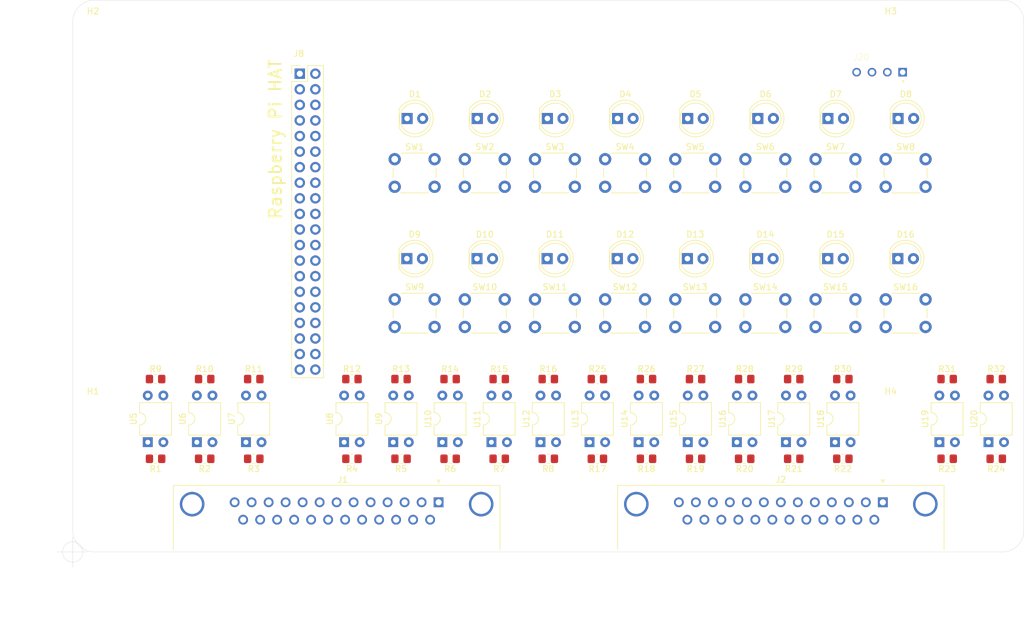
<source format=kicad_pcb>
(kicad_pcb (version 20211014) (generator pcbnew)
  (layers (0 "F.Cu" signal) (31 "B.Cu" signal) (34 "B.Paste" user) (35 "F.Paste" user) (36 "B.SilkS" user "B.Silkscreen") (37 "F.SilkS" user "F.Silkscreen") (38 "B.Mask" user) (39 "F.Mask" user) (44 "Edge.Cuts" user))
  (net 0 "")
  (net 1 "GND")
  (net 3 "/+12v")
  (net 14 "/+5v")
  (net 38 "+3.3V")
  (net 39 "+5V")
  (net 40 "GPIO2")
  (net 41 "GPIO3")
  (net 42 "GPIO4")
  (net 43 "GPIO14")
  (net 44 "GPIO15")
  (net 45 "GPIO17")
  (net 46 "GPIO18")
  (net 47 "GPIO27")
  (net 48 "GPIO22")
  (net 49 "GPIO23")
  (net 50 "GPIO24")
  (net 51 "GPIO10")
  (net 52 "GPIO9")
  (net 53 "GPIO25")
  (net 54 "GPIO11")
  (net 55 "GPIO8")
  (net 56 "GPIO7")
  (net 57 "ID_SD")
  (net 58 "ID_SC")
  (net 59 "GPIO5")
  (net 60 "GPIO6")
  (net 61 "GPIO12")
  (net 62 "GPIO13")
  (net 63 "GPIO19")
  (net 64 "GPIO16")
  (net 65 "GPIO26")
  (net 66 "GPIO20")
  (net 67 "GPIO21")
  (net 98 "A_GPI_IN_8")
  (net 99 "A_GPI_IN_7")
  (net 100 "A_GPI_IN_6")
  (net 101 "A_GPI_IN_5")
  (net 102 "A_GPI_IN_4")
  (net 103 "A_GPI_IN_3")
  (net 104 "A_GPI_IN_2")
  (net 105 "A_GPI_IN_1")
  (net 106 "A_GPI_OUT_8")
  (net 107 "A_GPI_OUT_7")
  (net 108 "A_GPI_OUT_6")
  (net 109 "A_GPI_OUT_5")
  (net 110 "A_GPI_OUT_4")
  (net 111 "A_GPI_OUT_3")
  (net 112 "A_GPI_OUT_2")
  (net 113 "A_GPI_OUT_1")
  (net 114 "B_GPI_IN_8")
  (net 115 "B_GPI_IN_7")
  (net 116 "B_GPI_IN_6")
  (net 117 "B_GPI_IN_5")
  (net 118 "B_GPI_IN_4")
  (net 119 "B_GPI_IN_3")
  (net 120 "B_GPI_IN_2")
  (net 121 "B_GPI_IN_1")
  (net 122 "B_GPI_OUT_8")
  (net 123 "B_GPI_OUT_7")
  (net 124 "B_GPI_OUT_6")
  (net 125 "B_GPI_OUT_5")
  (net 126 "B_GPI_OUT_4")
  (net 127 "B_GPI_OUT_3")
  (net 128 "B_GPI_OUT_2")
  (net 129 "B_GPI_OUT_1")
  (net 130 "GND1")
  (net 131 "GND2")
  (net 132 "Net-(U5-Pad1)")
  (net 133 "Net-(U6-Pad1)")
  (net 134 "Net-(U7-Pad1)")
  (net 135 "Net-(U8-Pad1)")
  (net 136 "Net-(U9-Pad1)")
  (net 137 "Net-(U10-Pad1)")
  (net 138 "Net-(U11-Pad1)")
  (net 139 "Net-(U12-Pad1)")
  (net 140 "Net-(U5-Pad4)")
  (net 141 "Net-(U6-Pad4)")
  (net 142 "Net-(U7-Pad4)")
  (net 143 "Net-(U8-Pad4)")
  (net 144 "Net-(U9-Pad4)")
  (net 145 "Net-(U10-Pad4)")
  (net 146 "Net-(U11-Pad4)")
  (net 147 "Net-(U12-Pad4)")
  (net 148 "Net-(U13-Pad1)")
  (net 149 "Net-(U14-Pad1)")
  (net 150 "Net-(U15-Pad1)")
  (net 151 "Net-(U16-Pad1)")
  (net 152 "Net-(U17-Pad1)")
  (net 153 "Net-(U18-Pad1)")
  (net 154 "Net-(U19-Pad1)")
  (net 155 "Net-(U20-Pad1)")
  (net 156 "Net-(U13-Pad4)")
  (net 157 "Net-(U14-Pad4)")
  (net 158 "Net-(U15-Pad4)")
  (net 159 "Net-(U16-Pad4)")
  (net 160 "Net-(U17-Pad4)")
  (net 161 "Net-(U18-Pad4)")
  (net 162 "Net-(U19-Pad4)")
  (net 163 "Net-(U20-Pad4)")
  (footprint "Connector_PinHeader_2.54mm:PinHeader_2x20_P2.54mm_Vertical" (layer "F.Cu") (at 100.5 61.7)
    (fp_text reference "J8" (at -0.17 -3.28) (layer "F.SilkS"))
    (fp_text value "THD-20-R")
    (pad "1" thru_hole rect locked (at 0 0) (size 1.7 1.7) (drill 1) (layers *.Cu *.Mask) (net 38 "+3.3V"))
    (pad "2" thru_hole oval locked (at 2.54 0) (size 1.7 1.7) (drill 1) (layers *.Cu *.Mask) (net 39 "+5V"))
    (pad "3" thru_hole oval locked (at 0 2.54) (size 1.7 1.7) (drill 1) (layers *.Cu *.Mask) (net 40 "GPIO2"))
    (pad "4" thru_hole oval locked (at 2.54 2.54) (size 1.7 1.7) (drill 1) (layers *.Cu *.Mask) (net 39 "+5V"))
    (pad "5" thru_hole oval locked (at 0 5.08) (size 1.7 1.7) (drill 1) (layers *.Cu *.Mask) (net 41 "GPIO3"))
    (pad "6" thru_hole oval locked (at 2.54 5.08 270) (size 1.7 1.7) (drill 1) (layers *.Cu *.Mask) (net 1 "GND"))
    (pad "7" thru_hole oval locked (at 0 7.62) (size 1.7 1.7) (drill 1) (layers *.Cu *.Mask) (net 42 "GPIO4"))
    (pad "8" thru_hole oval locked (at 2.54 7.62) (size 1.7 1.7) (drill 1) (layers *.Cu *.Mask) (net 43 "GPIO14"))
    (pad "9" thru_hole oval locked (at 0 10.16 270) (size 1.7 1.7) (drill 1) (layers *.Cu *.Mask) (net 1 "GND"))
    (pad "10" thru_hole oval locked (at 2.54 10.16) (size 1.7 1.7) (drill 1) (layers *.Cu *.Mask) (net 44 "GPIO15"))
    (pad "11" thru_hole oval locked (at 0 12.7) (size 1.7 1.7) (drill 1) (layers *.Cu *.Mask) (net 45 "GPIO17"))
    (pad "12" thru_hole oval locked (at 2.54 12.7) (size 1.7 1.7) (drill 1) (layers *.Cu *.Mask) (net 46 "GPIO18"))
    (pad "13" thru_hole oval locked (at 0 15.24) (size 1.7 1.7) (drill 1) (layers *.Cu *.Mask) (net 47 "GPIO27"))
    (pad "14" thru_hole oval locked (at 2.54 15.24 270) (size 1.7 1.7) (drill 1) (layers *.Cu *.Mask) (net 1 "GND"))
    (pad "15" thru_hole oval locked (at 0 17.78) (size 1.7 1.7) (drill 1) (layers *.Cu *.Mask) (net 48 "GPIO22"))
    (pad "16" thru_hole oval locked (at 2.54 17.78) (size 1.7 1.7) (drill 1) (layers *.Cu *.Mask) (net 49 "GPIO23"))
    (pad "17" thru_hole oval locked (at 0 20.32) (size 1.7 1.7) (drill 1) (layers *.Cu *.Mask) (net 38 "+3.3V"))
    (pad "18" thru_hole oval locked (at 2.54 20.32) (size 1.7 1.7) (drill 1) (layers *.Cu *.Mask) (net 50 "GPIO24"))
    (pad "19" thru_hole oval locked (at 0 22.86) (size 1.7 1.7) (drill 1) (layers *.Cu *.Mask) (net 51 "GPIO10"))
    (pad "20" thru_hole oval locked (at 2.54 22.86 270) (size 1.7 1.7) (drill 1) (layers *.Cu *.Mask) (net 1 "GND"))
    (pad "21" thru_hole oval locked (at 0 25.4) (size 1.7 1.7) (drill 1) (layers *.Cu *.Mask) (net 52 "GPIO9"))
    (pad "22" thru_hole oval locked (at 2.54 25.4) (size 1.7 1.7) (drill 1) (layers *.Cu *.Mask) (net 53 "GPIO25"))
    (pad "23" thru_hole oval locked (at 0 27.94) (size 1.7 1.7) (drill 1) (layers *.Cu *.Mask) (net 54 "GPIO11"))
    (pad "24" thru_hole oval locked (at 2.54 27.94) (size 1.7 1.7) (drill 1) (layers *.Cu *.Mask) (net 55 "GPIO8"))
    (pad "25" thru_hole oval locked (at 0 30.48) (size 1.7 1.7) (drill 1) (layers *.Cu *.Mask) (net 1 "GND"))
    (pad "26" thru_hole oval locked (at 2.54 30.48) (size 1.7 1.7) (drill 1) (layers *.Cu *.Mask) (net 56 "GPIO7"))
    (pad "27" thru_hole oval locked (at 0 33.02) (size 1.7 1.7) (drill 1) (layers *.Cu *.Mask) (net 57 "ID_SD"))
    (pad "28" thru_hole oval locked (at 2.54 33.02) (size 1.7 1.7) (drill 1) (layers *.Cu *.Mask) (net 58 "ID_SC"))
    (pad "29" thru_hole oval locked (at 0 35.56) (size 1.7 1.7) (drill 1) (layers *.Cu *.Mask) (net 59 "GPIO5"))
    (pad "30" thru_hole oval locked (at 2.54 35.56) (size 1.7 1.7) (drill 1) (layers *.Cu *.Mask) (net 1 "GND"))
    (pad "31" thru_hole oval locked (at 0 38.1) (size 1.7 1.7) (drill 1) (layers *.Cu *.Mask) (net 60 "GPIO6"))
    (pad "32" thru_hole oval locked (at 2.54 38.1) (size 1.7 1.7) (drill 1) (layers *.Cu *.Mask) (net 61 "GPIO12"))
    (pad "33" thru_hole oval locked (at 0 40.64) (size 1.7 1.7) (drill 1) (layers *.Cu *.Mask) (net 62 "GPIO13"))
    (pad "34" thru_hole oval locked (at 2.54 40.64 270) (size 1.7 1.7) (drill 1) (layers *.Cu *.Mask) (net 1 "GND"))
    (pad "35" thru_hole oval locked (at 0 43.18) (size 1.7 1.7) (drill 1) (layers *.Cu *.Mask) (net 63 "GPIO19"))
    (pad "36" thru_hole oval locked (at 2.54 43.18) (size 1.7 1.7) (drill 1) (layers *.Cu *.Mask) (net 64 "GPIO16"))
    (pad "37" thru_hole oval locked (at 0 45.72) (size 1.7 1.7) (drill 1) (layers *.Cu *.Mask) (net 65 "GPIO26"))
    (pad "38" thru_hole oval locked (at 2.54 45.72) (size 1.7 1.7) (drill 1) (layers *.Cu *.Mask) (net 66 "GPIO20"))
    (pad "39" thru_hole oval locked (at 0 48.26 270) (size 1.7 1.7) (drill 1) (layers *.Cu *.Mask) (net 1 "GND"))
    (pad "40" thru_hole oval locked (at 2.54 48.26) (size 1.7 1.7) (drill 1) (layers *.Cu *.Mask) (net 67 "GPIO21"))
  )
  (footprint "171826-4:TE_171826-4" (layer "F.Cu") (at 195 56.9 180)
    (fp_text reference "J20" (at 3 -2.1) (layer "F.SilkS") (effects (font (size 1.00433 1.00433) (thickness 0.05))))
    (fp_text value "AMP171826-4" hide)
    (pad "1" thru_hole rect locked (at -3.75 -4.55 180) (size 1.408 1.408) (drill 0.9) (layers *.Cu *.Mask) (net 3 "/+12v"))
    (pad "2" thru_hole circle locked (at -1.25 -4.55 180) (size 1.408 1.408) (drill 0.9) (layers *.Cu *.Mask) (net 1 "GND"))
    (pad "3" thru_hole circle locked (at 1.25 -4.55) (size 1.408 1.408) (drill 0.9) (layers *.Cu *.Mask) (net 1 "GND"))
    (pad "4" thru_hole circle locked (at 3.75 -4.55 180) (size 1.408 1.408) (drill 0.9) (layers *.Cu *.Mask) (net 14 "/+5v"))
  )
  (footprint "Button_Switch_THT:SW_PUSH_6mm_H8mm" (layer "F.Cu") (at 173.12 98.5)
    (fp_text reference "SW14" (at 3.25 -2) (layer "F.SilkS"))
    (fp_text value "SW_Push_45deg")
    (pad "1" thru_hole circle (at 0 0 90) (size 2 2) (drill 1.1) (layers *.Cu *.Mask))
    (pad "1" thru_hole circle (at 6.5 0 90) (size 2 2) (drill 1.1) (layers *.Cu *.Mask))
    (pad "2" thru_hole circle (at 0 4.5 90) (size 2 2) (drill 1.1) (layers *.Cu *.Mask))
    (pad "2" thru_hole circle (at 6.5 4.5 90) (size 2 2) (drill 1.1) (layers *.Cu *.Mask))
  )
  (footprint "Package_DIP:DIP-4_W7.62mm" (layer "F.Cu") (at 212.725 121.8 90)
    (fp_text reference "U20" (at 3.81 -2.33 90) (layer "F.SilkS"))
    (fp_text value "EL817")
    (pad "1" thru_hole rect (at 0 0 90) (size 1.6 1.6) (drill 0.8) (layers *.Cu *.Mask) (net 155 "Net-(U20-Pad1)"))
    (pad "2" thru_hole oval (at 0 2.54 90) (size 1.6 1.6) (drill 0.8) (layers *.Cu *.Mask) (net 131 "GND2"))
    (pad "3" thru_hole oval (at 7.62 2.54 90) (size 1.6 1.6) (drill 0.8) (layers *.Cu *.Mask) (net 1 "GND"))
    (pad "4" thru_hole oval (at 7.62 0 90) (size 1.6 1.6) (drill 0.8) (layers *.Cu *.Mask) (net 163 "Net-(U20-Pad4)"))
  )
  (footprint "Package_DIP:DIP-4_W7.62mm" (layer "F.Cu") (at 83.725 121.8 90)
    (fp_text reference "U6" (at 3.81 -2.33 90) (layer "F.SilkS"))
    (fp_text value "EL817")
    (pad "1" thru_hole rect (at 0 0 90) (size 1.6 1.6) (drill 0.8) (layers *.Cu *.Mask) (net 133 "Net-(U6-Pad1)"))
    (pad "2" thru_hole oval (at 0 2.54 90) (size 1.6 1.6) (drill 0.8) (layers *.Cu *.Mask) (net 130 "GND1"))
    (pad "3" thru_hole oval (at 7.62 2.54 90) (size 1.6 1.6) (drill 0.8) (layers *.Cu *.Mask) (net 1 "GND"))
    (pad "4" thru_hole oval (at 7.62 0 90) (size 1.6 1.6) (drill 0.8) (layers *.Cu *.Mask) (net 141 "Net-(U6-Pad4)"))
  )
  (footprint "Package_DIP:DIP-4_W7.62mm" (layer "F.Cu") (at 75.725 121.8 90)
    (fp_text reference "U5" (at 3.81 -2.33 90) (layer "F.SilkS"))
    (fp_text value "EL817")
    (pad "1" thru_hole rect (at 0 0 90) (size 1.6 1.6) (drill 0.8) (layers *.Cu *.Mask) (net 132 "Net-(U5-Pad1)"))
    (pad "2" thru_hole oval (at 0 2.54 90) (size 1.6 1.6) (drill 0.8) (layers *.Cu *.Mask) (net 130 "GND1"))
    (pad "3" thru_hole oval (at 7.62 2.54 90) (size 1.6 1.6) (drill 0.8) (layers *.Cu *.Mask) (net 1 "GND"))
    (pad "4" thru_hole oval (at 7.62 0 90) (size 1.6 1.6) (drill 0.8) (layers *.Cu *.Mask) (net 140 "Net-(U5-Pad4)"))
  )
  (footprint "Connector_Dsub:DSUB-25_Female_Horizontal_P2.77x2.84mm_EdgePinOffset4.94mm_Housed_MountingHolesOffset7.48mm" (layer "F.Cu") (at 123.125 131.599669)
    (fp_text reference "J1" (at -15.62 -3.7) (layer "F.SilkS"))
    (fp_text value "DB25_Female")
    (pad "0" thru_hole circle (at 6.93 0.3) (size 4 4) (drill 3.2) (layers *.Cu *.Mask))
    (pad "0" thru_hole circle (at -40.17 0.3) (size 4 4) (drill 3.2) (layers *.Cu *.Mask))
    (pad "1" thru_hole rect (at 0 0) (size 1.6 1.6) (drill 1) (layers *.Cu *.Mask) (net 130 "GND1"))
    (pad "2" thru_hole circle (at -2.77 0) (size 1.6 1.6) (drill 1) (layers *.Cu *.Mask) (net 130 "GND1"))
    (pad "3" thru_hole circle (at -5.54 0) (size 1.6 1.6) (drill 1) (layers *.Cu *.Mask) (net 98 "A_GPI_IN_8"))
    (pad "4" thru_hole circle (at -8.31 0) (size 1.6 1.6) (drill 1) (layers *.Cu *.Mask) (net 99 "A_GPI_IN_7"))
    (pad "5" thru_hole circle (at -11.08 0) (size 1.6 1.6) (drill 1) (layers *.Cu *.Mask) (net 100 "A_GPI_IN_6"))
    (pad "6" thru_hole circle (at -13.85 0) (size 1.6 1.6) (drill 1) (layers *.Cu *.Mask) (net 101 "A_GPI_IN_5"))
    (pad "7" thru_hole circle (at -16.62 0) (size 1.6 1.6) (drill 1) (layers *.Cu *.Mask) (net 102 "A_GPI_IN_4"))
    (pad "8" thru_hole circle (at -19.39 0) (size 1.6 1.6) (drill 1) (layers *.Cu *.Mask) (net 103 "A_GPI_IN_3"))
    (pad "9" thru_hole circle (at -22.16 0) (size 1.6 1.6) (drill 1) (layers *.Cu *.Mask) (net 104 "A_GPI_IN_2"))
    (pad "10" thru_hole circle (at -24.93 0) (size 1.6 1.6) (drill 1) (layers *.Cu *.Mask) (net 105 "A_GPI_IN_1"))
    (pad "11" thru_hole circle (at -27.7 0) (size 1.6 1.6) (drill 1) (layers *.Cu *.Mask) (net 130 "GND1"))
    (pad "12" thru_hole circle (at -30.47 0) (size 1.6 1.6) (drill 1) (layers *.Cu *.Mask) (net 130 "GND1"))
    (pad "13" thru_hole circle (at -33.24 0) (size 1.6 1.6) (drill 1) (layers *.Cu *.Mask) (net 130 "GND1"))
    (pad "14" thru_hole circle (at -1.385 2.84) (size 1.6 1.6) (drill 1) (layers *.Cu *.Mask) (net 130 "GND1"))
    (pad "15" thru_hole circle (at -4.155 2.84) (size 1.6 1.6) (drill 1) (layers *.Cu *.Mask) (net 130 "GND1"))
    (pad "16" thru_hole circle (at -6.925 2.84) (size 1.6 1.6) (drill 1) (layers *.Cu *.Mask) (net 106 "A_GPI_OUT_8"))
    (pad "17" thru_hole circle (at -9.695 2.84) (size 1.6 1.6) (drill 1) (layers *.Cu *.Mask) (net 107 "A_GPI_OUT_7"))
    (pad "18" thru_hole circle (at -12.465 2.84) (size 1.6 1.6) (drill 1) (layers *.Cu *.Mask) (net 108 "A_GPI_OUT_6"))
    (pad "19" thru_hole circle (at -15.235 2.84) (size 1.6 1.6) (drill 1) (layers *.Cu *.Mask) (net 109 "A_GPI_OUT_5"))
    (pad "20" thru_hole circle (at -18.005 2.84) (size 1.6 1.6) (drill 1) (layers *.Cu *.Mask) (net 110 "A_GPI_OUT_4"))
    (pad "21" thru_hole circle (at -20.775 2.84) (size 1.6 1.6) (drill 1) (layers *.Cu *.Mask) (net 111 "A_GPI_OUT_3"))
    (pad "22" thru_hole circle (at -23.545 2.84) (size 1.6 1.6) (drill 1) (layers *.Cu *.Mask) (net 112 "A_GPI_OUT_2"))
    (pad "23" thru_hole circle (at -26.315 2.84) (size 1.6 1.6) (drill 1) (layers *.Cu *.Mask) (net 113 "A_GPI_OUT_1"))
    (pad "24" thru_hole circle (at -29.085 2.84) (size 1.6 1.6) (drill 1) (layers *.Cu *.Mask) (net 130 "GND1"))
    (pad "25" thru_hole circle (at -31.855 2.84) (size 1.6 1.6) (drill 1) (layers *.Cu *.Mask) (net 130 "GND1"))
  )
  (footprint "Resistor_SMD:R_0805_2012Metric_Pad1.20x1.40mm_HandSolder" (layer "F.Cu") (at 117 124.5 180)
    (fp_text reference "R5" (at 0 -1.65) (layer "F.SilkS"))
    (fp_text value "470")
    (pad "1" smd roundrect (at -1 0 180) (size 1.2 1.4) (layers "F.Cu" "F.Paste" "F.Mask") (roundrect_rratio 0.208333) (net 109 "A_GPI_OUT_5"))
    (pad "2" smd roundrect (at 1 0 180) (size 1.2 1.4) (layers "F.Cu" "F.Paste" "F.Mask") (roundrect_rratio 0.208333) (net 136 "Net-(U9-Pad1)"))
  )
  (footprint "Package_DIP:DIP-4_W7.62mm" (layer "F.Cu") (at 147.725 121.8 90)
    (fp_text reference "U13" (at 3.81 -2.33 90) (layer "F.SilkS"))
    (fp_text value "EL817")
    (pad "1" thru_hole rect (at 0 0 90) (size 1.6 1.6) (drill 0.8) (layers *.Cu *.Mask) (net 148 "Net-(U13-Pad1)"))
    (pad "2" thru_hole oval (at 0 2.54 90) (size 1.6 1.6) (drill 0.8) (layers *.Cu *.Mask) (net 131 "GND2"))
    (pad "3" thru_hole oval (at 7.62 2.54 90) (size 1.6 1.6) (drill 0.8) (layers *.Cu *.Mask) (net 1 "GND"))
    (pad "4" thru_hole oval (at 7.62 0 90) (size 1.6 1.6) (drill 0.8) (layers *.Cu *.Mask) (net 156 "Net-(U13-Pad4)"))
  )
  (footprint "Button_Switch_THT:SW_PUSH_6mm_H8mm" (layer "F.Cu") (at 161.69 98.5)
    (fp_text reference "SW13" (at 3.25 -2) (layer "F.SilkS"))
    (fp_text value "SW_Push_45deg")
    (pad "1" thru_hole circle (at 0 0 90) (size 2 2) (drill 1.1) (layers *.Cu *.Mask))
    (pad "1" thru_hole circle (at 6.5 0 90) (size 2 2) (drill 1.1) (layers *.Cu *.Mask))
    (pad "2" thru_hole circle (at 6.5 4.5 90) (size 2 2) (drill 1.1) (layers *.Cu *.Mask))
    (pad "2" thru_hole circle (at 0 4.5 90) (size 2 2) (drill 1.1) (layers *.Cu *.Mask))
  )
  (footprint "LED_THT:LED_D5.0mm" (layer "F.Cu") (at 197.96 91.86)
    (fp_text reference "D16" (at 1.27 -3.96) (layer "F.SilkS"))
    (fp_text value "LED")
    (pad "1" thru_hole rect (at 0 0) (size 1.8 1.8) (drill 0.9) (layers *.Cu *.Mask))
    (pad "2" thru_hole circle (at 2.54 0) (size 1.8 1.8) (drill 0.9) (layers *.Cu *.Mask))
  )
  (footprint "Resistor_SMD:R_0805_2012Metric_Pad1.20x1.40mm_HandSolder" (layer "F.Cu") (at 117 111.5)
    (fp_text reference "R13" (at 0 -1.65) (layer "F.SilkS"))
    (fp_text value "470")
    (pad "1" smd roundrect (at -1 0) (size 1.2 1.4) (layers "F.Cu" "F.Paste" "F.Mask") (roundrect_rratio 0.208333) (net 144 "Net-(U9-Pad4)"))
    (pad "2" smd roundrect (at 1 0) (size 1.2 1.4) (layers "F.Cu" "F.Paste" "F.Mask") (roundrect_rratio 0.208333) (net 38 "+3.3V"))
  )
  (footprint "Button_Switch_THT:SW_PUSH_6mm_H8mm" (layer "F.Cu") (at 195.98 98.5)
    (fp_text reference "SW16" (at 3.25 -2) (layer "F.SilkS"))
    (fp_text value "SW_Push_45deg")
    (pad "1" thru_hole circle (at 0 0 90) (size 2 2) (drill 1.1) (layers *.Cu *.Mask))
    (pad "1" thru_hole circle (at 6.5 0 90) (size 2 2) (drill 1.1) (layers *.Cu *.Mask))
    (pad "2" thru_hole circle (at 6.5 4.5 90) (size 2 2) (drill 1.1) (layers *.Cu *.Mask))
    (pad "2" thru_hole circle (at 0 4.5 90) (size 2 2) (drill 1.1) (layers *.Cu *.Mask))
  )
  (footprint "LED_THT:LED_D5.0mm" (layer "F.Cu") (at 140.85 69)
    (fp_text reference "D3" (at 1.27 -3.96) (layer "F.SilkS"))
    (fp_text value "LED")
    (pad "1" thru_hole rect (at 0 0) (size 1.8 1.8) (drill 0.9) (layers *.Cu *.Mask))
    (pad "2" thru_hole circle (at 2.54 0) (size 1.8 1.8) (drill 0.9) (layers *.Cu *.Mask))
  )
  (footprint "Resistor_SMD:R_0805_2012Metric_Pad1.20x1.40mm_HandSolder" (layer "F.Cu") (at 173 111.5)
    (fp_text reference "R28" (at 0 -1.65) (layer "F.SilkS"))
    (fp_text value "470")
    (pad "1" smd roundrect (at -1 0) (size 1.2 1.4) (layers "F.Cu" "F.Paste" "F.Mask") (roundrect_rratio 0.208333) (net 159 "Net-(U16-Pad4)"))
    (pad "2" smd roundrect (at 1 0) (size 1.2 1.4) (layers "F.Cu" "F.Paste" "F.Mask") (roundrect_rratio 0.208333) (net 38 "+3.3V"))
  )
  (footprint "Package_DIP:DIP-4_W7.62mm" (layer "F.Cu") (at 91.725 121.8 90)
    (fp_text reference "U7" (at 3.81 -2.33 90) (layer "F.SilkS"))
    (fp_text value "EL817")
    (pad "1" thru_hole rect (at 0 0 90) (size 1.6 1.6) (drill 0.8) (layers *.Cu *.Mask) (net 134 "Net-(U7-Pad1)"))
    (pad "2" thru_hole oval (at 0 2.54 90) (size 1.6 1.6) (drill 0.8) (layers *.Cu *.Mask) (net 130 "GND1"))
    (pad "3" thru_hole oval (at 7.62 2.54 90) (size 1.6 1.6) (drill 0.8) (layers *.Cu *.Mask) (net 1 "GND"))
    (pad "4" thru_hole oval (at 7.62 0 90) (size 1.6 1.6) (drill 0.8) (layers *.Cu *.Mask) (net 142 "Net-(U7-Pad4)"))
  )
  (footprint "LED_THT:LED_D5.0mm" (layer "F.Cu") (at 152.24 91.86)
    (fp_text reference "D12" (at 1.27 -3.96) (layer "F.SilkS"))
    (fp_text value "LED")
    (pad "1" thru_hole rect (at 0 0) (size 1.8 1.8) (drill 0.9) (layers *.Cu *.Mask))
    (pad "2" thru_hole circle (at 2.54 0) (size 1.8 1.8) (drill 0.9) (layers *.Cu *.Mask))
  )
  (footprint "Button_Switch_THT:SW_PUSH_6mm_H8mm" (layer "F.Cu") (at 150.26 98.5)
    (fp_text reference "SW12" (at 3.25 -2) (layer "F.SilkS"))
    (fp_text value "SW_Push_45deg")
    (pad "1" thru_hole circle (at 6.5 0 90) (size 2 2) (drill 1.1) (layers *.Cu *.Mask))
    (pad "1" thru_hole circle (at 0 0 90) (size 2 2) (drill 1.1) (layers *.Cu *.Mask))
    (pad "2" thru_hole circle (at 0 4.5 90) (size 2 2) (drill 1.1) (layers *.Cu *.Mask))
    (pad "2" thru_hole circle (at 6.5 4.5 90) (size 2 2) (drill 1.1) (layers *.Cu *.Mask))
  )
  (footprint "Resistor_SMD:R_0805_2012Metric_Pad1.20x1.40mm_HandSolder" (layer "F.Cu") (at 189 111.5)
    (fp_text reference "R30" (at 0 -1.65) (layer "F.SilkS"))
    (fp_text value "470")
    (pad "1" smd roundrect (at -1 0) (size 1.2 1.4) (layers "F.Cu" "F.Paste" "F.Mask") (roundrect_rratio 0.208333) (net 161 "Net-(U18-Pad4)"))
    (pad "2" smd roundrect (at 1 0) (size 1.2 1.4) (layers "F.Cu" "F.Paste" "F.Mask") (roundrect_rratio 0.208333) (net 38 "+3.3V"))
  )
  (footprint "Resistor_SMD:R_0805_2012Metric_Pad1.20x1.40mm_HandSolder" (layer "F.Cu") (at 173 124.5 180)
    (fp_text reference "R20" (at 0 -1.65) (layer "F.SilkS"))
    (fp_text value "470")
    (pad "1" smd roundrect (at -1 0 180) (size 1.2 1.4) (layers "F.Cu" "F.Paste" "F.Mask") (roundrect_rratio 0.208333) (net 126 "B_GPI_OUT_4"))
    (pad "2" smd roundrect (at 1 0 180) (size 1.2 1.4) (layers "F.Cu" "F.Paste" "F.Mask") (roundrect_rratio 0.208333) (net 151 "Net-(U16-Pad1)"))
  )
  (footprint "Resistor_SMD:R_0805_2012Metric_Pad1.20x1.40mm_HandSolder" (layer "F.Cu") (at 133 124.5 180)
    (fp_text reference "R7" (at 0 -1.65) (layer "F.SilkS"))
    (fp_text value "470")
    (pad "1" smd roundrect (at -1 0 180) (size 1.2 1.4) (layers "F.Cu" "F.Paste" "F.Mask") (roundrect_rratio 0.208333) (net 107 "A_GPI_OUT_7"))
    (pad "2" smd roundrect (at 1 0 180) (size 1.2 1.4) (layers "F.Cu" "F.Paste" "F.Mask") (roundrect_rratio 0.208333) (net 138 "Net-(U11-Pad1)"))
  )
  (footprint "LED_THT:LED_D5.0mm" (layer "F.Cu") (at 152.28 69)
    (fp_text reference "D4" (at 1.27 -3.96) (layer "F.SilkS"))
    (fp_text value "LED")
    (pad "1" thru_hole rect (at 0 0) (size 1.8 1.8) (drill 0.9) (layers *.Cu *.Mask))
    (pad "2" thru_hole circle (at 2.54 0) (size 1.8 1.8) (drill 0.9) (layers *.Cu *.Mask))
  )
  (footprint "Button_Switch_THT:SW_PUSH_6mm_H8mm" (layer "F.Cu") (at 184.55 98.5)
    (fp_text reference "SW15" (at 3.25 -2) (layer "F.SilkS"))
    (fp_text value "SW_Push_45deg")
    (pad "1" thru_hole circle (at 0 0 90) (size 2 2) (drill 1.1) (layers *.Cu *.Mask))
    (pad "1" thru_hole circle (at 6.5 0 90) (size 2 2) (drill 1.1) (layers *.Cu *.Mask))
    (pad "2" thru_hole circle (at 0 4.5 90) (size 2 2) (drill 1.1) (layers *.Cu *.Mask))
    (pad "2" thru_hole circle (at 6.5 4.5 90) (size 2 2) (drill 1.1) (layers *.Cu *.Mask))
  )
  (footprint "Resistor_SMD:R_0805_2012Metric_Pad1.20x1.40mm_HandSolder" (layer "F.Cu") (at 189 124.5 180)
    (fp_text reference "R22" (at 0 -1.65) (layer "F.SilkS"))
    (fp_text value "470")
    (pad "1" smd roundrect (at -1 0 180) (size 1.2 1.4) (layers "F.Cu" "F.Paste" "F.Mask") (roundrect_rratio 0.208333) (net 124 "B_GPI_OUT_6"))
    (pad "2" smd roundrect (at 1 0 180) (size 1.2 1.4) (layers "F.Cu" "F.Paste" "F.Mask") (roundrect_rratio 0.208333) (net 153 "Net-(U18-Pad1)"))
  )
  (footprint "Resistor_SMD:R_0805_2012Metric_Pad1.20x1.40mm_HandSolder" (layer "F.Cu") (at 125 111.5)
    (fp_text reference "R14" (at 0 -1.65) (layer "F.SilkS"))
    (fp_text value "470")
    (pad "1" smd roundrect (at -1 0) (size 1.2 1.4) (layers "F.Cu" "F.Paste" "F.Mask") (roundrect_rratio 0.208333) (net 145 "Net-(U10-Pad4)"))
    (pad "2" smd roundrect (at 1 0) (size 1.2 1.4) (layers "F.Cu" "F.Paste" "F.Mask") (roundrect_rratio 0.208333) (net 38 "+3.3V"))
  )
  (footprint "MountingHole:MountingHole_3.2mm_M3" (layer "F.Cu") (at 196.8 55.7)
    (fp_text reference "H3" (at 0 -4.2) (layer "F.SilkS"))
    (fp_text value "MountingHole")
    (pad "" np_thru_hole circle locked (at 0 0) (size 3.2 3.2) (drill 3.2) (layers *.Cu *.Mask))
  )
  (footprint "Resistor_SMD:R_0805_2012Metric_Pad1.20x1.40mm_HandSolder" (layer "F.Cu") (at 149 124.5 180)
    (fp_text reference "R17" (at 0 -1.65) (layer "F.SilkS"))
    (fp_text value "470")
    (pad "1" smd roundrect (at -1 0 180) (size 1.2 1.4) (layers "F.Cu" "F.Paste" "F.Mask") (roundrect_rratio 0.208333) (net 129 "B_GPI_OUT_1"))
    (pad "2" smd roundrect (at 1 0 180) (size 1.2 1.4) (layers "F.Cu" "F.Paste" "F.Mask") (roundrect_rratio 0.208333) (net 148 "Net-(U13-Pad1)"))
  )
  (footprint "LED_THT:LED_D5.0mm" (layer "F.Cu") (at 163.67 91.86)
    (fp_text reference "D13" (at 1.27 -3.96) (layer "F.SilkS"))
    (fp_text value "LED")
    (pad "1" thru_hole rect (at 0 0) (size 1.8 1.8) (drill 0.9) (layers *.Cu *.Mask))
    (pad "2" thru_hole circle (at 2.54 0) (size 1.8 1.8) (drill 0.9) (layers *.Cu *.Mask))
  )
  (footprint "Button_Switch_THT:SW_PUSH_6mm_H8mm" (layer "F.Cu") (at 138.83 75.64)
    (fp_text reference "SW3" (at 3.25 -2) (layer "F.SilkS"))
    (fp_text value "SW_Push_45deg")
    (pad "1" thru_hole circle (at 0 0 90) (size 2 2) (drill 1.1) (layers *.Cu *.Mask))
    (pad "1" thru_hole circle (at 6.5 0 90) (size 2 2) (drill 1.1) (layers *.Cu *.Mask))
    (pad "2" thru_hole circle (at 6.5 4.5 90) (size 2 2) (drill 1.1) (layers *.Cu *.Mask))
    (pad "2" thru_hole circle (at 0 4.5 90) (size 2 2) (drill 1.1) (layers *.Cu *.Mask))
  )
  (footprint "Resistor_SMD:R_0805_2012Metric_Pad1.20x1.40mm_HandSolder" (layer "F.Cu") (at 165 111.5)
    (fp_text reference "R27" (at 0 -1.65) (layer "F.SilkS"))
    (fp_text value "470")
    (pad "1" smd roundrect (at -1 0) (size 1.2 1.4) (layers "F.Cu" "F.Paste" "F.Mask") (roundrect_rratio 0.208333) (net 158 "Net-(U15-Pad4)"))
    (pad "2" smd roundrect (at 1 0) (size 1.2 1.4) (layers "F.Cu" "F.Paste" "F.Mask") (roundrect_rratio 0.208333) (net 38 "+3.3V"))
  )
  (footprint "Package_DIP:DIP-4_W7.62mm" (layer "F.Cu") (at 163.725 121.8 90)
    (fp_text reference "U15" (at 3.81 -2.33 90) (layer "F.SilkS"))
    (fp_text value "EL817")
    (pad "1" thru_hole rect (at 0 0 90) (size 1.6 1.6) (drill 0.8) (layers *.Cu *.Mask) (net 150 "Net-(U15-Pad1)"))
    (pad "2" thru_hole oval (at 0 2.54 90) (size 1.6 1.6) (drill 0.8) (layers *.Cu *.Mask) (net 131 "GND2"))
    (pad "3" thru_hole oval (at 7.62 2.54 90) (size 1.6 1.6) (drill 0.8) (layers *.Cu *.Mask) (net 1 "GND"))
    (pad "4" thru_hole oval (at 7.62 0 90) (size 1.6 1.6) (drill 0.8) (layers *.Cu *.Mask) (net 158 "Net-(U15-Pad4)"))
  )
  (footprint "Resistor_SMD:R_0805_2012Metric_Pad1.20x1.40mm_HandSolder" (layer "F.Cu") (at 85 111.5)
    (fp_text reference "R10" (at 0 -1.65) (layer "F.SilkS"))
    (fp_text value "470")
    (pad "1" smd roundrect (at -1 0) (size 1.2 1.4) (layers "F.Cu" "F.Paste" "F.Mask") (roundrect_rratio 0.208333) (net 141 "Net-(U6-Pad4)"))
    (pad "2" smd roundrect (at 1 0) (size 1.2 1.4) (layers "F.Cu" "F.Paste" "F.Mask") (roundrect_rratio 0.208333) (net 38 "+3.3V"))
  )
  (footprint "Package_DIP:DIP-4_W7.62mm" (layer "F.Cu") (at 131.725 121.8 90)
    (fp_text reference "U11" (at 3.81 -2.33 90) (layer "F.SilkS"))
    (fp_text value "EL817")
    (pad "1" thru_hole rect (at 0 0 90) (size 1.6 1.6) (drill 0.8) (layers *.Cu *.Mask) (net 138 "Net-(U11-Pad1)"))
    (pad "2" thru_hole oval (at 0 2.54 90) (size 1.6 1.6) (drill 0.8) (layers *.Cu *.Mask) (net 130 "GND1"))
    (pad "3" thru_hole oval (at 7.62 2.54 90) (size 1.6 1.6) (drill 0.8) (layers *.Cu *.Mask) (net 1 "GND"))
    (pad "4" thru_hole oval (at 7.62 0 90) (size 1.6 1.6) (drill 0.8) (layers *.Cu *.Mask) (net 146 "Net-(U11-Pad4)"))
  )
  (footprint "Resistor_SMD:R_0805_2012Metric_Pad1.20x1.40mm_HandSolder" (layer "F.Cu") (at 93 111.5)
    (fp_text reference "R11" (at 0 -1.65) (layer "F.SilkS"))
    (fp_text value "470")
    (pad "1" smd roundrect (at -1 0) (size 1.2 1.4) (layers "F.Cu" "F.Paste" "F.Mask") (roundrect_rratio 0.208333) (net 142 "Net-(U7-Pad4)"))
    (pad "2" smd roundrect (at 1 0) (size 1.2 1.4) (layers "F.Cu" "F.Paste" "F.Mask") (roundrect_rratio 0.208333) (net 38 "+3.3V"))
  )
  (footprint "Button_Switch_THT:SW_PUSH_6mm_H8mm" (layer "F.Cu") (at 127.4 98.5)
    (fp_text reference "SW10" (at 3.25 -2) (layer "F.SilkS"))
    (fp_text value "SW_Push_45deg")
    (pad "1" thru_hole circle (at 6.5 0 90) (size 2 2) (drill 1.1) (layers *.Cu *.Mask))
    (pad "1" thru_hole circle (at 0 0 90) (size 2 2) (drill 1.1) (layers *.Cu *.Mask))
    (pad "2" thru_hole circle (at 6.5 4.5 90) (size 2 2) (drill 1.1) (layers *.Cu *.Mask))
    (pad "2" thru_hole circle (at 0 4.5 90) (size 2 2) (drill 1.1) (layers *.Cu *.Mask))
  )
  (footprint "LED_THT:LED_D5.0mm" (layer "F.Cu") (at 129.38 91.86)
    (fp_text reference "D10" (at 1.27 -3.96) (layer "F.SilkS"))
    (fp_text value "LED")
    (pad "1" thru_hole rect (at 0 0) (size 1.8 1.8) (drill 0.9) (layers *.Cu *.Mask))
    (pad "2" thru_hole circle (at 2.54 0) (size 1.8 1.8) (drill 0.9) (layers *.Cu *.Mask))
  )
  (footprint "Resistor_SMD:R_0805_2012Metric_Pad1.20x1.40mm_HandSolder" (layer "F.Cu") (at 77 124.5 180)
    (fp_text reference "R1" (at 0 -1.65) (layer "F.SilkS"))
    (fp_text value "470")
    (pad "1" smd roundrect (at -1 0 180) (size 1.2 1.4) (layers "F.Cu" "F.Paste" "F.Mask") (roundrect_rratio 0.208333) (net 113 "A_GPI_OUT_1"))
    (pad "2" smd roundrect (at 1 0 180) (size 1.2 1.4) (layers "F.Cu" "F.Paste" "F.Mask") (roundrect_rratio 0.208333) (net 132 "Net-(U5-Pad1)"))
  )
  (footprint "LED_THT:LED_D5.0mm" (layer "F.Cu") (at 175.1 91.86)
    (fp_text reference "D14" (at 1.27 -3.96) (layer "F.SilkS"))
    (fp_text value "LED")
    (pad "1" thru_hole rect (at 0 0) (size 1.8 1.8) (drill 0.9) (layers *.Cu *.Mask))
    (pad "2" thru_hole circle (at 2.54 0) (size 1.8 1.8) (drill 0.9) (layers *.Cu *.Mask))
  )
  (footprint "Resistor_SMD:R_0805_2012Metric_Pad1.20x1.40mm_HandSolder" (layer "F.Cu") (at 214 111.5)
    (fp_text reference "R32" (at 0 -1.65) (layer "F.SilkS"))
    (fp_text value "470")
    (pad "1" smd roundrect (at -1 0) (size 1.2 1.4) (layers "F.Cu" "F.Paste" "F.Mask") (roundrect_rratio 0.208333) (net 163 "Net-(U20-Pad4)"))
    (pad "2" smd roundrect (at 1 0) (size 1.2 1.4) (layers "F.Cu" "F.Paste" "F.Mask") (roundrect_rratio 0.208333) (net 38 "+3.3V"))
  )
  (footprint "MountingHole:MountingHole_3.2mm_M3" (layer "F.Cu") (at 66.8 117.7)
    (fp_text reference "H1" (at 0 -4.2) (layer "F.SilkS"))
    (fp_text value "MountingHole")
    (pad "" np_thru_hole circle locked (at 0 0) (size 3.2 3.2) (drill 3.2) (layers *.Cu *.Mask))
  )
  (footprint "Package_DIP:DIP-4_W7.62mm" (layer "F.Cu") (at 115.725 121.8 90)
    (fp_text reference "U9" (at 3.81 -2.33 90) (layer "F.SilkS"))
    (fp_text value "EL817")
    (pad "1" thru_hole rect (at 0 0 90) (size 1.6 1.6) (drill 0.8) (layers *.Cu *.Mask) (net 136 "Net-(U9-Pad1)"))
    (pad "2" thru_hole oval (at 0 2.54 90) (size 1.6 1.6) (drill 0.8) (layers *.Cu *.Mask) (net 130 "GND1"))
    (pad "3" thru_hole oval (at 7.62 2.54 90) (size 1.6 1.6) (drill 0.8) (layers *.Cu *.Mask) (net 1 "GND"))
    (pad "4" thru_hole oval (at 7.62 0 90) (size 1.6 1.6) (drill 0.8) (layers *.Cu *.Mask) (net 144 "Net-(U9-Pad4)"))
  )
  (footprint "Resistor_SMD:R_0805_2012Metric_Pad1.20x1.40mm_HandSolder" (layer "F.Cu") (at 125 124.5 180)
    (fp_text reference "R6" (at 0 -1.65) (layer "F.SilkS"))
    (fp_text value "470")
    (pad "1" smd roundrect (at -1 0 180) (size 1.2 1.4) (layers "F.Cu" "F.Paste" "F.Mask") (roundrect_rratio 0.208333) (net 108 "A_GPI_OUT_6"))
    (pad "2" smd roundrect (at 1 0 180) (size 1.2 1.4) (layers "F.Cu" "F.Paste" "F.Mask") (roundrect_rratio 0.208333) (net 137 "Net-(U10-Pad1)"))
  )
  (footprint "Button_Switch_THT:SW_PUSH_6mm_H8mm" (layer "F.Cu") (at 150.26 75.64)
    (fp_text reference "SW4" (at 3.25 -2) (layer "F.SilkS"))
    (fp_text value "SW_Push_45deg")
    (pad "1" thru_hole circle (at 0 0 90) (size 2 2) (drill 1.1) (layers *.Cu *.Mask))
    (pad "1" thru_hole circle (at 6.5 0 90) (size 2 2) (drill 1.1) (layers *.Cu *.Mask))
    (pad "2" thru_hole circle (at 6.5 4.5 90) (size 2 2) (drill 1.1) (layers *.Cu *.Mask))
    (pad "2" thru_hole circle (at 0 4.5 90) (size 2 2) (drill 1.1) (layers *.Cu *.Mask))
  )
  (footprint "MountingHole:MountingHole_3.2mm_M3" (layer "F.Cu") (at 196.8 117.7)
    (fp_text reference "H4" (at 0 -4.2) (layer "F.SilkS"))
    (fp_text value "MountingHole")
    (pad "" np_thru_hole circle locked (at 0 0) (size 3.2 3.2) (drill 3.2) (layers *.Cu *.Mask))
  )
  (footprint "Package_DIP:DIP-4_W7.62mm" (layer "F.Cu") (at 187.725 121.8 90)
    (fp_text reference "U18" (at 3.81 -2.33 90) (layer "F.SilkS"))
    (fp_text value "EL817")
    (pad "1" thru_hole rect (at 0 0 90) (size 1.6 1.6) (drill 0.8) (layers *.Cu *.Mask) (net 153 "Net-(U18-Pad1)"))
    (pad "2" thru_hole oval (at 0 2.54 90) (size 1.6 1.6) (drill 0.8) (layers *.Cu *.Mask) (net 131 "GND2"))
    (pad "3" thru_hole oval (at 7.62 2.54 90) (size 1.6 1.6) (drill 0.8) (layers *.Cu *.Mask) (net 1 "GND"))
    (pad "4" thru_hole oval (at 7.62 0 90) (size 1.6 1.6) (drill 0.8) (layers *.Cu *.Mask) (net 161 "Net-(U18-Pad4)"))
  )
  (footprint "LED_THT:LED_D5.0mm" (layer "F.Cu") (at 117.99 69)
    (fp_text reference "D1" (at 1.27 -3.96) (layer "F.SilkS"))
    (fp_text value "LED")
    (pad "1" thru_hole rect (at 0 0) (size 1.8 1.8) (drill 0.9) (layers *.Cu *.Mask))
    (pad "2" thru_hole circle (at 2.54 0) (size 1.8 1.8) (drill 0.9) (layers *.Cu *.Mask))
  )
  (footprint "MountingHole:MountingHole_3.2mm_M3" (layer "F.Cu") (at 66.8 55.7)
    (fp_text reference "H2" (at 0 -4.2) (layer "F.SilkS"))
    (fp_text value "MountingHole")
    (pad "" np_thru_hole circle locked (at 0 0) (size 3.2 3.2) (drill 3.2) (layers *.Cu *.Mask))
  )
  (footprint "Button_Switch_THT:SW_PUSH_6mm_H8mm" (layer "F.Cu") (at 173.12 75.64)
    (fp_text reference "SW6" (at 3.25 -2) (layer "F.SilkS"))
    (fp_text value "SW_Push_45deg")
    (pad "1" thru_hole circle (at 6.5 0 90) (size 2 2) (drill 1.1) (layers *.Cu *.Mask))
    (pad "1" thru_hole circle (at 0 0 90) (size 2 2) (drill 1.1) (layers *.Cu *.Mask))
    (pad "2" thru_hole circle (at 0 4.5 90) (size 2 2) (drill 1.1) (layers *.Cu *.Mask))
    (pad "2" thru_hole circle (at 6.5 4.5 90) (size 2 2) (drill 1.1) (layers *.Cu *.Mask))
  )
  (footprint "Resistor_SMD:R_0805_2012Metric_Pad1.20x1.40mm_HandSolder" (layer "F.Cu") (at 157 111.5)
    (fp_text reference "R26" (at 0 -1.65) (layer "F.SilkS"))
    (fp_text value "470")
    (pad "1" smd roundrect (at -1 0) (size 1.2 1.4) (layers "F.Cu" "F.Paste" "F.Mask") (roundrect_rratio 0.208333) (net 157 "Net-(U14-Pad4)"))
    (pad "2" smd roundrect (at 1 0) (size 1.2 1.4) (layers "F.Cu" "F.Paste" "F.Mask") (roundrect_rratio 0.208333) (net 38 "+3.3V"))
  )
  (footprint "Button_Switch_THT:SW_PUSH_6mm_H8mm" (layer "F.Cu") (at 195.98 75.64)
    (fp_text reference "SW8" (at 3.25 -2) (layer "F.SilkS"))
    (fp_text value "SW_Push_45deg")
    (pad "1" thru_hole circle (at 0 0 90) (size 2 2) (drill 1.1) (layers *.Cu *.Mask))
    (pad "1" thru_hole circle (at 6.5 0 90) (size 2 2) (drill 1.1) (layers *.Cu *.Mask))
    (pad "2" thru_hole circle (at 0 4.5 90) (size 2 2) (drill 1.1) (layers *.Cu *.Mask))
    (pad "2" thru_hole circle (at 6.5 4.5 90) (size 2 2) (drill 1.1) (layers *.Cu *.Mask))
  )
  (footprint "Button_Switch_THT:SW_PUSH_6mm_H8mm" (layer "F.Cu") (at 127.4 75.64)
    (fp_text reference "SW2" (at 3.25 -2) (layer "F.SilkS"))
    (fp_text value "SW_Push_45deg")
    (pad "1" thru_hole circle (at 0 0 90) (size 2 2) (drill 1.1) (layers *.Cu *.Mask))
    (pad "1" thru_hole circle (at 6.5 0 90) (size 2 2) (drill 1.1) (layers *.Cu *.Mask))
    (pad "2" thru_hole circle (at 6.5 4.5 90) (size 2 2) (drill 1.1) (layers *.Cu *.Mask))
    (pad "2" thru_hole circle (at 0 4.5 90) (size 2 2) (drill 1.1) (layers *.Cu *.Mask))
  )
  (footprint "Resistor_SMD:R_0805_2012Metric_Pad1.20x1.40mm_HandSolder" (layer "F.Cu") (at 206 111.5)
    (fp_text reference "R31" (at 0 -1.65) (layer "F.SilkS"))
    (fp_text value "470")
    (pad "1" smd roundrect (at -1 0) (size 1.2 1.4) (layers "F.Cu" "F.Paste" "F.Mask") (roundrect_rratio 0.208333) (net 162 "Net-(U19-Pad4)"))
    (pad "2" smd roundrect (at 1 0) (size 1.2 1.4) (layers "F.Cu" "F.Paste" "F.Mask") (roundrect_rratio 0.208333) (net 38 "+3.3V"))
  )
  (footprint "Resistor_SMD:R_0805_2012Metric_Pad1.20x1.40mm_HandSolder" (layer "F.Cu") (at 181 111.5)
    (fp_text reference "R29" (at 0 -1.65) (layer "F.SilkS"))
    (fp_text value "470")
    (pad "1" smd roundrect (at -1 0) (size 1.2 1.4) (layers "F.Cu" "F.Paste" "F.Mask") (roundrect_rratio 0.208333) (net 160 "Net-(U17-Pad4)"))
    (pad "2" smd roundrect (at 1 0) (size 1.2 1.4) (layers "F.Cu" "F.Paste" "F.Mask") (roundrect_rratio 0.208333) (net 38 "+3.3V"))
  )
  (footprint "Package_DIP:DIP-4_W7.62mm" (layer "F.Cu") (at 179.725 121.8 90)
    (fp_text reference "U17" (at 3.81 -2.33 90) (layer "F.SilkS"))
    (fp_text value "EL817")
    (pad "1" thru_hole rect (at 0 0 90) (size 1.6 1.6) (drill 0.8) (layers *.Cu *.Mask) (net 152 "Net-(U17-Pad1)"))
    (pad "2" thru_hole oval (at 0 2.54 90) (size 1.6 1.6) (drill 0.8) (layers *.Cu *.Mask) (net 131 "GND2"))
    (pad "3" thru_hole oval (at 7.62 2.54 90) (size 1.6 1.6) (drill 0.8) (layers *.Cu *.Mask) (net 1 "GND"))
    (pad "4" thru_hole oval (at 7.62 0 90) (size 1.6 1.6) (drill 0.8) (layers *.Cu *.Mask) (net 160 "Net-(U17-Pad4)"))
  )
  (footprint "Resistor_SMD:R_0805_2012Metric_Pad1.20x1.40mm_HandSolder" (layer "F.Cu") (at 214 124.5 180)
    (fp_text reference "R24" (at 0 -1.65) (layer "F.SilkS"))
    (fp_text value "470")
    (pad "1" smd roundrect (at -1 0 180) (size 1.2 1.4) (layers "F.Cu" "F.Paste" "F.Mask") (roundrect_rratio 0.208333) (net 122 "B_GPI_OUT_8"))
    (pad "2" smd roundrect (at 1 0 180) (size 1.2 1.4) (layers "F.Cu" "F.Paste" "F.Mask") (roundrect_rratio 0.208333) (net 155 "Net-(U20-Pad1)"))
  )
  (footprint "Resistor_SMD:R_0805_2012Metric_Pad1.20x1.40mm_HandSolder" (layer "F.Cu") (at 133 111.5)
    (fp_text reference "R15" (at 0 -1.65) (layer "F.SilkS"))
    (fp_text value "470")
    (pad "1" smd roundrect (at -1 0) (size 1.2 1.4) (layers "F.Cu" "F.Paste" "F.Mask") (roundrect_rratio 0.208333) (net 146 "Net-(U11-Pad4)"))
    (pad "2" smd roundrect (at 1 0) (size 1.2 1.4) (layers "F.Cu" "F.Paste" "F.Mask") (roundrect_rratio 0.208333) (net 38 "+3.3V"))
  )
  (footprint "LED_THT:LED_D5.0mm" (layer "F.Cu") (at 175.14 69)
    (fp_text reference "D6" (at 1.27 -3.96) (layer "F.SilkS"))
    (fp_text value "LED")
    (pad "1" thru_hole rect (at 0 0) (size 1.8 1.8) (drill 0.9) (layers *.Cu *.Mask))
    (pad "2" thru_hole circle (at 2.54 0) (size 1.8 1.8) (drill 0.9) (layers *.Cu *.Mask))
  )
  (footprint "Button_Switch_THT:SW_PUSH_6mm_H8mm" (layer "F.Cu") (at 184.55 75.64)
    (fp_text reference "SW7" (at 3.25 -2) (layer "F.SilkS"))
    (fp_text value "SW_Push_45deg")
    (pad "1" thru_hole circle (at 6.5 0 90) (size 2 2) (drill 1.1) (layers *.Cu *.Mask))
    (pad "1" thru_hole circle (at 0 0 90) (size 2 2) (drill 1.1) (layers *.Cu *.Mask))
    (pad "2" thru_hole circle (at 6.5 4.5 90) (size 2 2) (drill 1.1) (layers *.Cu *.Mask))
    (pad "2" thru_hole circle (at 0 4.5 90) (size 2 2) (drill 1.1) (layers *.Cu *.Mask))
  )
  (footprint "Button_Switch_THT:SW_PUSH_6mm_H8mm" (layer "F.Cu") (at 115.97 75.64)
    (fp_text reference "SW1" (at 3.25 -2) (layer "F.SilkS"))
    (fp_text value "SW_Push_45deg")
    (pad "1" thru_hole circle (at 0 0 90) (size 2 2) (drill 1.1) (layers *.Cu *.Mask))
    (pad "1" thru_hole circle (at 6.5 0 90) (size 2 2) (drill 1.1) (layers *.Cu *.Mask))
    (pad "2" thru_hole circle (at 0 4.5 90) (size 2 2) (drill 1.1) (layers *.Cu *.Mask))
    (pad "2" thru_hole circle (at 6.5 4.5 90) (size 2 2) (drill 1.1) (layers *.Cu *.Mask))
  )
  (footprint "Resistor_SMD:R_0805_2012Metric_Pad1.20x1.40mm_HandSolder" (layer "F.Cu") (at 77 111.5)
    (fp_text reference "R9" (at 0 -1.65) (layer "F.SilkS"))
    (fp_text value "470")
    (pad "1" smd roundrect (at -1 0) (size 1.2 1.4) (layers "F.Cu" "F.Paste" "F.Mask") (roundrect_rratio 0.208333) (net 140 "Net-(U5-Pad4)"))
    (pad "2" smd roundrect (at 1 0) (size 1.2 1.4) (layers "F.Cu" "F.Paste" "F.Mask") (roundrect_rratio 0.208333) (net 38 "+3.3V"))
  )
  (footprint "Resistor_SMD:R_0805_2012Metric_Pad1.20x1.40mm_HandSolder" (layer "F.Cu") (at 141 124.5 180)
    (fp_text reference "R8" (at 0 -1.65) (layer "F.SilkS"))
    (fp_text value "470")
    (pad "1" smd roundrect (at -1 0 180) (size 1.2 1.4) (layers "F.Cu" "F.Paste" "F.Mask") (roundrect_rratio 0.208333) (net 106 "A_GPI_OUT_8"))
    (pad "2" smd roundrect (at 1 0 180) (size 1.2 1.4) (layers "F.Cu" "F.Paste" "F.Mask") (roundrect_rratio 0.208333) (net 139 "Net-(U12-Pad1)"))
  )
  (footprint "Resistor_SMD:R_0805_2012Metric_Pad1.20x1.40mm_HandSolder" (layer "F.Cu") (at 109 111.5)
    (fp_text reference "R12" (at 0 -1.65) (layer "F.SilkS"))
    (fp_text value "470")
    (pad "1" smd roundrect (at -1 0) (size 1.2 1.4) (layers "F.Cu" "F.Paste" "F.Mask") (roundrect_rratio 0.208333) (net 143 "Net-(U8-Pad4)"))
    (pad "2" smd roundrect (at 1 0) (size 1.2 1.4) (layers "F.Cu" "F.Paste" "F.Mask") (roundrect_rratio 0.208333) (net 38 "+3.3V"))
  )
  (footprint "Resistor_SMD:R_0805_2012Metric_Pad1.20x1.40mm_HandSolder" (layer "F.Cu") (at 93 124.5 180)
    (fp_text reference "R3" (at 0 -1.65) (layer "F.SilkS"))
    (fp_text value "470")
    (pad "1" smd roundrect (at -1 0 180) (size 1.2 1.4) (layers "F.Cu" "F.Paste" "F.Mask") (roundrect_rratio 0.208333) (net 111 "A_GPI_OUT_3"))
    (pad "2" smd roundrect (at 1 0 180) (size 1.2 1.4) (layers "F.Cu" "F.Paste" "F.Mask") (roundrect_rratio 0.208333) (net 134 "Net-(U7-Pad1)"))
  )
  (footprint "Package_DIP:DIP-4_W7.62mm" (layer "F.Cu") (at 171.725 121.8 90)
    (fp_text reference "U16" (at 3.81 -2.33 90) (layer "F.SilkS"))
    (fp_text value "EL817")
    (pad "1" thru_hole rect (at 0 0 90) (size 1.6 1.6) (drill 0.8) (layers *.Cu *.Mask) (net 151 "Net-(U16-Pad1)"))
    (pad "2" thru_hole oval (at 0 2.54 90) (size 1.6 1.6) (drill 0.8) (layers *.Cu *.Mask) (net 131 "GND2"))
    (pad "3" thru_hole oval (at 7.62 2.54 90) (size 1.6 1.6) (drill 0.8) (layers *.Cu *.Mask) (net 1 "GND"))
    (pad "4" thru_hole oval (at 7.62 0 90) (size 1.6 1.6) (drill 0.8) (layers *.Cu *.Mask) (net 159 "Net-(U16-Pad4)"))
  )
  (footprint "Resistor_SMD:R_0805_2012Metric_Pad1.20x1.40mm_HandSolder" (layer "F.Cu") (at 181 124.5 180)
    (fp_text reference "R21" (at 0 -1.65) (layer "F.SilkS"))
    (fp_text value "470")
    (pad "1" smd roundrect (at -1 0 180) (size 1.2 1.4) (layers "F.Cu" "F.Paste" "F.Mask") (roundrect_rratio 0.208333) (net 125 "B_GPI_OUT_5"))
    (pad "2" smd roundrect (at 1 0 180) (size 1.2 1.4) (layers "F.Cu" "F.Paste" "F.Mask") (roundrect_rratio 0.208333) (net 152 "Net-(U17-Pad1)"))
  )
  (footprint "LED_THT:LED_D5.0mm" (layer "F.Cu") (at 117.95 91.86)
    (fp_text reference "D9" (at 1.27 -3.96) (layer "F.SilkS"))
    (fp_text value "LED")
    (pad "1" thru_hole rect (at 0 0) (size 1.8 1.8) (drill 0.9) (layers *.Cu *.Mask))
    (pad "2" thru_hole circle (at 2.54 0) (size 1.8 1.8) (drill 0.9) (layers *.Cu *.Mask))
  )
  (footprint "Resistor_SMD:R_0805_2012Metric_Pad1.20x1.40mm_HandSolder" (layer "F.Cu") (at 85 124.5 180)
    (fp_text reference "R2" (at 0 -1.65) (layer "F.SilkS"))
    (fp_text value "470")
    (pad "1" smd roundrect (at -1 0 180) (size 1.2 1.4) (layers "F.Cu" "F.Paste" "F.Mask") (roundrect_rratio 0.208333) (net 112 "A_GPI_OUT_2"))
    (pad "2" smd roundrect (at 1 0 180) (size 1.2 1.4) (layers "F.Cu" "F.Paste" "F.Mask") (roundrect_rratio 0.208333) (net 133 "Net-(U6-Pad1)"))
  )
  (footprint "Resistor_SMD:R_0805_2012Metric_Pad1.20x1.40mm_HandSolder" (layer "F.Cu") (at 206 124.5 180)
    (fp_text reference "R23" (at 0 -1.65) (layer "F.SilkS"))
    (fp_text value "470")
    (pad "1" smd roundrect (at -1 0 180) (size 1.2 1.4) (layers "F.Cu" "F.Paste" "F.Mask") (roundrect_rratio 0.208333) (net 123 "B_GPI_OUT_7"))
    (pad "2" smd roundrect (at 1 0 180) (size 1.2 1.4) (layers "F.Cu" "F.Paste" "F.Mask") (roundrect_rratio 0.208333) (net 154 "Net-(U19-Pad1)"))
  )
  (footprint "Resistor_SMD:R_0805_2012Metric_Pad1.20x1.40mm_HandSolder" (layer "F.Cu") (at 149 111.5)
    (fp_text reference "R25" (at 0 -1.65) (layer "F.SilkS"))
    (fp_text value "470")
    (pad "1" smd roundrect (at -1 0) (size 1.2 1.4) (layers "F.Cu" "F.Paste" "F.Mask") (roundrect_rratio 0.208333) (net 156 "Net-(U13-Pad4)"))
    (pad "2" smd roundrect (at 1 0) (size 1.2 1.4) (layers "F.Cu" "F.Paste" "F.Mask") (roundrect_rratio 0.208333) (net 38 "+3.3V"))
  )
  (footprint "Resistor_SMD:R_0805_2012Metric_Pad1.20x1.40mm_HandSolder" (layer "F.Cu") (at 157 124.5 180)
    (fp_text reference "R18" (at 0 -1.65) (layer "F.SilkS"))
    (fp_text value "470")
    (pad "1" smd roundrect (at -1 0 180) (size 1.2 1.4) (layers "F.Cu" "F.Paste" "F.Mask") (roundrect_rratio 0.208333) (net 128 "B_GPI_OUT_2"))
    (pad "2" smd roundrect (at 1 0 180) (size 1.2 1.4) (layers "F.Cu" "F.Paste" "F.Mask") (roundrect_rratio 0.208333) (net 149 "Net-(U14-Pad1)"))
  )
  (footprint "LED_THT:LED_D5.0mm" (layer "F.Cu") (at 129.42 69)
    (fp_text reference "D2" (at 1.27 -3.96) (layer "F.SilkS"))
    (fp_text value "LED")
    (pad "1" thru_hole rect (at 0 0) (size 1.8 1.8) (drill 0.9) (layers *.Cu *.Mask))
    (pad "2" thru_hole circle (at 2.54 0) (size 1.8 1.8) (drill 0.9) (layers *.Cu *.Mask))
  )
  (footprint "Button_Switch_THT:SW_PUSH_6mm_H8mm" (layer "F.Cu") (at 138.83 98.5)
    (fp_text reference "SW11" (at 3.25 -2) (layer "F.SilkS"))
    (fp_text value "SW_Push_45deg")
    (pad "1" thru_hole circle (at 6.5 0 90) (size 2 2) (drill 1.1) (layers *.Cu *.Mask))
    (pad "1" thru_hole circle (at 0 0 90) (size 2 2) (drill 1.1) (layers *.Cu *.Mask))
    (pad "2" thru_hole circle (at 6.5 4.5 90) (size 2 2) (drill 1.1) (layers *.Cu *.Mask))
    (pad "2" thru_hole circle (at 0 4.5 90) (size 2 2) (drill 1.1) (layers *.Cu *.Mask))
  )
  (footprint "Resistor_SMD:R_0805_2012Metric_Pad1.20x1.40mm_HandSolder" (layer "F.Cu") (at 165 124.5 180)
    (fp_text reference "R19" (at 0 -1.65) (layer "F.SilkS"))
    (fp_text value "470")
    (pad "1" smd roundrect (at -1 0 180) (size 1.2 1.4) (layers "F.Cu" "F.Paste" "F.Mask") (roundrect_rratio 0.208333) (net 127 "B_GPI_OUT_3"))
    (pad "2" smd roundrect (at 1 0 180) (size 1.2 1.4) (layers "F.Cu" "F.Paste" "F.Mask") (roundrect_rratio 0.208333) (net 150 "Net-(U15-Pad1)"))
  )
  (footprint "Button_Switch_THT:SW_PUSH_6mm_H8mm" (layer "F.Cu") (at 115.97 98.5)
    (fp_text reference "SW9" (at 3.25 -2) (layer "F.SilkS"))
    (fp_text value "SW_Push_45deg")
    (pad "1" thru_hole circle (at 6.5 0 90) (size 2 2) (drill 1.1) (layers *.Cu *.Mask))
    (pad "1" thru_hole circle (at 0 0 90) (size 2 2) (drill 1.1) (layers *.Cu *.Mask))
    (pad "2" thru_hole circle (at 0 4.5 90) (size 2 2) (drill 1.1) (layers *.Cu *.Mask))
    (pad "2" thru_hole circle (at 6.5 4.5 90) (size 2 2) (drill 1.1) (layers *.Cu *.Mask))
  )
  (footprint "Package_DIP:DIP-4_W7.62mm" (layer "F.Cu") (at 123.725 121.8 90)
    (fp_text reference "U10" (at 3.81 -2.33 90) (layer "F.SilkS"))
    (fp_text value "EL817")
    (pad "1" thru_hole rect (at 0 0 90) (size 1.6 1.6) (drill 0.8) (layers *.Cu *.Mask) (net 137 "Net-(U10-Pad1)"))
    (pad "2" thru_hole oval (at 0 2.54 90) (size 1.6 1.6) (drill 0.8) (layers *.Cu *.Mask) (net 130 "GND1"))
    (pad "3" thru_hole oval (at 7.62 2.54 90) (size 1.6 1.6) (drill 0.8) (layers *.Cu *.Mask) (net 1 "GND"))
    (pad "4" thru_hole oval (at 7.62 0 90) (size 1.6 1.6) (drill 0.8) (layers *.Cu *.Mask) (net 145 "Net-(U10-Pad4)"))
  )
  (footprint "Package_DIP:DIP-4_W7.62mm" (layer "F.Cu") (at 139.725 121.8 90)
    (fp_text reference "U12" (at 3.81 -2.33 90) (layer "F.SilkS"))
    (fp_text value "EL817")
    (pad "1" thru_hole rect (at 0 0 90) (size 1.6 1.6) (drill 0.8) (layers *.Cu *.Mask) (net 139 "Net-(U12-Pad1)"))
    (pad "2" thru_hole oval (at 0 2.54 90) (size 1.6 1.6) (drill 0.8) (layers *.Cu *.Mask) (net 130 "GND1"))
    (pad "3" thru_hole oval (at 7.62 2.54 90) (size 1.6 1.6) (drill 0.8) (layers *.Cu *.Mask) (net 1 "GND"))
    (pad "4" thru_hole oval (at 7.62 0 90) (size 1.6 1.6) (drill 0.8) (layers *.Cu *.Mask) (net 147 "Net-(U12-Pad4)"))
  )
  (footprint "LED_THT:LED_D5.0mm" (layer "F.Cu") (at 198 69)
    (fp_text reference "D8" (at 1.27 -3.96) (layer "F.SilkS"))
    (fp_text value "LED")
    (pad "1" thru_hole rect (at 0 0) (size 1.8 1.8) (drill 0.9) (layers *.Cu *.Mask))
    (pad "2" thru_hole circle (at 2.54 0) (size 1.8 1.8) (drill 0.9) (layers *.Cu *.Mask))
  )
  (footprint "LED_THT:LED_D5.0mm" (layer "F.Cu") (at 186.53 91.86)
    (fp_text reference "D15" (at 1.27 -3.96) (layer "F.SilkS"))
    (fp_text value "LED")
    (pad "1" thru_hole rect (at 0 0) (size 1.8 1.8) (drill 0.9) (layers *.Cu *.Mask))
    (pad "2" thru_hole circle (at 2.54 0) (size 1.8 1.8) (drill 0.9) (layers *.Cu *.Mask))
  )
  (footprint "Resistor_SMD:R_0805_2012Metric_Pad1.20x1.40mm_HandSolder" (layer "F.Cu") (at 109 124.5 180)
    (fp_text reference "R4" (at 0 -1.65) (layer "F.SilkS"))
    (fp_text value "470")
    (pad "1" smd roundrect (at -1 0 180) (size 1.2 1.4) (layers "F.Cu" "F.Paste" "F.Mask") (roundrect_rratio 0.208333) (net 110 "A_GPI_OUT_4"))
    (pad "2" smd roundrect (at 1 0 180) (size 1.2 1.4) (layers "F.Cu" "F.Paste" "F.Mask") (roundrect_rratio 0.208333) (net 135 "Net-(U8-Pad1)"))
  )
  (footprint "LED_THT:LED_D5.0mm" (layer "F.Cu") (at 140.81 91.86)
    (fp_text reference "D11" (at 1.27 -3.96) (layer "F.SilkS"))
    (fp_text value "LED")
    (pad "1" thru_hole rect (at 0 0) (size 1.8 1.8) (drill 0.9) (layers *.Cu *.Mask))
    (pad "2" thru_hole circle (at 2.54 0) (size 1.8 1.8) (drill 0.9) (layers *.Cu *.Mask))
  )
  (footprint "Package_DIP:DIP-4_W7.62mm" (layer "F.Cu") (at 204.725 121.8 90)
    (fp_text reference "U19" (at 3.81 -2.33 90) (layer "F.SilkS"))
    (fp_text value "EL817")
    (pad "1" thru_hole rect (at 0 0 90) (size 1.6 1.6) (drill 0.8) (layers *.Cu *.Mask) (net 154 "Net-(U19-Pad1)"))
    (pad "2" thru_hole oval (at 0 2.54 90) (size 1.6 1.6) (drill 0.8) (layers *.Cu *.Mask) (net 131 "GND2"))
    (pad "3" thru_hole oval (at 7.62 2.54 90) (size 1.6 1.6) (drill 0.8) (layers *.Cu *.Mask) (net 1 "GND"))
    (pad "4" thru_hole oval (at 7.62 0 90) (size 1.6 1.6) (drill 0.8) (layers *.Cu *.Mask) (net 162 "Net-(U19-Pad4)"))
  )
  (footprint "Button_Switch_THT:SW_PUSH_6mm_H8mm" (layer "F.Cu") (at 161.69 75.64)
    (fp_text reference "SW5" (at 3.25 -2) (layer "F.SilkS"))
    (fp_text value "SW_Push_45deg")
    (pad "1" thru_hole circle (at 6.5 0 90) (size 2 2) (drill 1.1) (layers *.Cu *.Mask))
    (pad "1" thru_hole circle (at 0 0 90) (size 2 2) (drill 1.1) (layers *.Cu *.Mask))
    (pad "2" thru_hole circle (at 0 4.5 90) (size 2 2) (drill 1.1) (layers *.Cu *.Mask))
    (pad "2" thru_hole circle (at 6.5 4.5 90) (size 2 2) (drill 1.1) (layers *.Cu *.Mask))
  )
  (footprint "Package_DIP:DIP-4_W7.62mm" (layer "F.Cu") (at 107.725 121.8 90)
    (fp_text reference "U8" (at 3.81 -2.33 90) (layer "F.SilkS"))
    (fp_text value "EL817")
    (pad "1" thru_hole rect (at 0 0 90) (size 1.6 1.6) (drill 0.8) (layers *.Cu *.Mask) (net 135 "Net-(U8-Pad1)"))
    (pad "2" thru_hole oval (at 0 2.54 90) (size 1.6 1.6) (drill 0.8) (layers *.Cu *.Mask) (net 130 "GND1"))
    (pad "3" thru_hole oval (at 7.62 2.54 90) (size 1.6 1.6) (drill 0.8) (layers *.Cu *.Mask) (net 1 "GND"))
    (pad "4" thru_hole oval (at 7.62 0 90) (size 1.6 1.6) (drill 0.8) (layers *.Cu *.Mask) (net 143 "Net-(U8-Pad4)"))
  )
  (footprint "Package_DIP:DIP-4_W7.62mm" (layer "F.Cu") (at 155.725 121.8 90)
    (fp_text reference "U14" (at 3.81 -2.33 90) (layer "F.SilkS"))
    (fp_text value "EL817")
    (pad "1" thru_hole rect (at 0 0 90) (size 1.6 1.6) (drill 0.8) (layers *.Cu *.Mask) (net 149 "Net-(U14-Pad1)"))
    (pad "2" thru_hole oval (at 0 2.54 90) (size 1.6 1.6) (drill 0.8) (layers *.Cu *.Mask) (net 131 "GND2"))
    (pad "3" thru_hole oval (at 7.62 2.54 90) (size 1.6 1.6) (drill 0.8) (layers *.Cu *.Mask) (net 1 "GND"))
    (pad "4" thru_hole oval (at 7.62 0 90) (size 1.6 1.6) (drill 0.8) (layers *.Cu *.Mask) (net 157 "Net-(U14-Pad4)"))
  )
  (footprint "LED_THT:LED_D5.0mm" (layer "F.Cu") (at 163.71 69)
    (fp_text reference "D5" (at 1.27 -3.96) (layer "F.SilkS"))
    (fp_text value "LED")
    (pad "1" thru_hole rect (at 0 0) (size 1.8 1.8) (drill 0.9) (layers *.Cu *.Mask))
    (pad "2" thru_hole circle (at 2.54 0) (size 1.8 1.8) (drill 0.9) (layers *.Cu *.Mask))
  )
  (footprint "LED_THT:LED_D5.0mm" (layer "F.Cu") (at 186.57 69)
    (fp_text reference "D7" (at 1.27 -3.96) (layer "F.SilkS"))
    (fp_text value "LED")
    (pad "1" thru_hole rect (at 0 0) (size 1.8 1.8) (drill 0.9) (layers *.Cu *.Mask))
    (pad "2" thru_hole circle (at 2.54 0) (size 1.8 1.8) (drill 0.9) (layers *.Cu *.Mask))
  )
  (footprint "Resistor_SMD:R_0805_2012Metric_Pad1.20x1.40mm_HandSolder" (layer "F.Cu") (at 141 111.5)
    (fp_text reference "R16" (at 0 -1.65) (layer "F.SilkS"))
    (fp_text value "470")
    (pad "1" smd roundrect (at -1 0) (size 1.2 1.4) (layers "F.Cu" "F.Paste" "F.Mask") (roundrect_rratio 0.208333) (net 147 "Net-(U12-Pad4)"))
    (pad "2" smd roundrect (at 1 0) (size 1.2 1.4) (layers "F.Cu" "F.Paste" "F.Mask") (roundrect_rratio 0.208333) (net 38 "+3.3V"))
  )
  (footprint "Connector_Dsub:DSUB-25_Female_Horizontal_P2.77x2.84mm_EdgePinOffset4.94mm_Housed_MountingHolesOffset7.48mm" (layer "F.Cu") (at 195.515 131.599669)
    (fp_text reference "J2" (at -16.62 -3.7) (layer "F.SilkS"))
    (fp_text value "DB25_Female")
    (pad "0" thru_hole circle (at -40.17 0.3) (size 4 4) (drill 3.2) (layers *.Cu *.Mask))
    (pad "0" thru_hole circle (at 6.93 0.3) (size 4 4) (drill 3.2) (layers *.Cu *.Mask))
    (pad "1" thru_hole rect (at 0 0) (size 1.6 1.6) (drill 1) (layers *.Cu *.Mask) (net 131 "GND2"))
    (pad "2" thru_hole circle (at -2.77 0) (size 1.6 1.6) (drill 1) (layers *.Cu *.Mask) (net 131 "GND2"))
    (pad "3" thru_hole circle (at -5.54 0) (size 1.6 1.6) (drill 1) (layers *.Cu *.Mask) (net 114 "B_GPI_IN_8"))
    (pad "4" thru_hole circle (at -8.31 0) (size 1.6 1.6) (drill 1) (layers *.Cu *.Mask) (net 115 "B_GPI_IN_7"))
    (pad "5" thru_hole circle (at -11.08 0) (size 1.6 1.6) (drill 1) (layers *.Cu *.Mask) (net 116 "B_GPI_IN_6"))
    (pad "6" thru_hole circle (at -13.85 0) (size 1.6 1.6) (drill 1) (layers *.Cu *.Mask) (net 117 "B_GPI_IN_5"))
    (pad "7" thru_hole circle (at -16.62 0) (size 1.6 1.6) (drill 1) (layers *.Cu *.Mask) (net 118 "B_GPI_IN_4"))
    (pad "8" thru_hole circle (at -19.39 0) (size 1.6 1.6) (drill 1) (layers *.Cu *.Mask) (net 119 "B_GPI_IN_3"))
    (pad "9" thru_hole circle (at -22.16 0) (size 1.6 1.6) (drill 1) (layers *.Cu *.Mask) (net 120 "B_GPI_IN_2"))
    (pad "10" thru_hole circle (at -24.93 0) (size 1.6 1.6) (drill 1) (layers *.Cu *.Mask) (net 121 "B_GPI_IN_1"))
    (pad "11" thru_hole circle (at -27.7 0) (size 1.6 1.6) (drill 1) (layers *.Cu *.Mask) (net 131 "GND2"))
    (pad "12" thru_hole circle (at -30.47 0) (size 1.6 1.6) (drill 1) (layers *.Cu *.Mask) (net 131 "GND2"))
    (pad "13" thru_hole circle (at -33.24 0) (size 1.6 1.6) (drill 1) (layers *.Cu *.Mask) (net 131 "GND2"))
    (pad "14" thru_hole circle (at -1.385 2.84) (size 1.6 1.6) (drill 1) (layers *.Cu *.Mask) (net 131 "GND2"))
    (pad "15" thru_hole circle (at -4.155 2.84) (size 1.6 1.6) (drill 1) (layers *.Cu *.Mask) (net 131 "GND2"))
    (pad "16" thru_hole circle (at -6.925 2.84) (size 1.6 1.6) (drill 1) (layers *.Cu *.Mask) (net 122 "B_GPI_OUT_8"))
    (pad "17" thru_hole circle (at -9.695 2.84) (size 1.6 1.6) (drill 1) (layers *.Cu *.Mask) (net 123 "B_GPI_OUT_7"))
    (pad "18" thru_hole circle (at -12.465 2.84) (size 1.6 1.6) (drill 1) (layers *.Cu *.Mask) (net 124 "B_GPI_OUT_6"))
    (pad "19" thru_hole circle (at -15.235 2.84) (size 1.6 1.6) (drill 1) (layers *.Cu *.Mask) (net 125 "B_GPI_OUT_5"))
    (pad "20" thru_hole circle (at -18.005 2.84) (size 1.6 1.6) (drill 1) (layers *.Cu *.Mask) (net 126 "B_GPI_OUT_4"))
    (pad "21" thru_hole circle (at -20.775 2.84) (size 1.6 1.6) (drill 1) (layers *.Cu *.Mask) (net 127 "B_GPI_OUT_3"))
    (pad "22" thru_hole circle (at -23.545 2.84) (size 1.6 1.6) (drill 1) (layers *.Cu *.Mask) (net 128 "B_GPI_OUT_2"))
    (pad "23" thru_hole circle (at -26.315 2.84) (size 1.6 1.6) (drill 1) (layers *.Cu *.Mask) (net 129 "B_GPI_OUT_1"))
    (pad "24" thru_hole circle (at -29.085 2.84) (size 1.6 1.6) (drill 1) (layers *.Cu *.Mask) (net 131 "GND2"))
    (pad "25" thru_hole circle (at -31.855 2.84) (size 1.6 1.6) (drill 1) (layers *.Cu *.Mask) (net 131 "GND2"))
  )
  (gr_line (start 218.5 136.2) (end 218.5 53.2) (layer "Edge.Cuts") (width 0.05))
  (gr_line (start 215 49.7) (end 67 49.7) (layer "Edge.Cuts") (width 0.05))
  (gr_arc (start 63.5 53.2) (mid 64.525126 50.725126) (end 67 49.7) (layer "Edge.Cuts") (width 0.05))
  (gr_arc (start 67 139.7) (mid 64.525126 138.674874) (end 63.5 136.2) (layer "Edge.Cuts") (width 0.05))
  (gr_line (start 67 139.7) (end 215 139.7) (layer "Edge.Cuts") (width 0.05))
  (gr_line (start 63.5 53.2) (end 63.5 136.2) (layer "Edge.Cuts") (width 0.05))
  (gr_arc (start 215 49.7) (mid 217.474874 50.725126) (end 218.5 53.2) (layer "Edge.Cuts") (width 0.05))
  (gr_arc (start 218.5 136.2) (mid 217.474874 138.674874) (end 215 139.7) (layer "Edge.Cuts") (width 0.05))
  (gr_text "Raspberry Pi HAT" (at 96.52 72.39 90) (layer "F.SilkS") (effects (font (size 2 2) (thickness 0.3))))
  (target plus (at 63.5 139.7) (size 5) (width 0.05) (layer "Edge.Cuts"))
)
</source>
